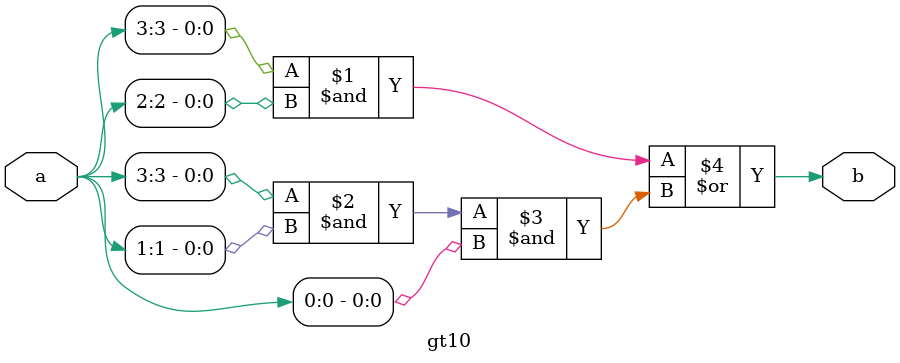
<source format=v>
module gt10(
input [3:0] a,
output b);

assign b= (a[3] & a[2]) | (a[3] & a[1] & a[0]);
endmodule
</source>
